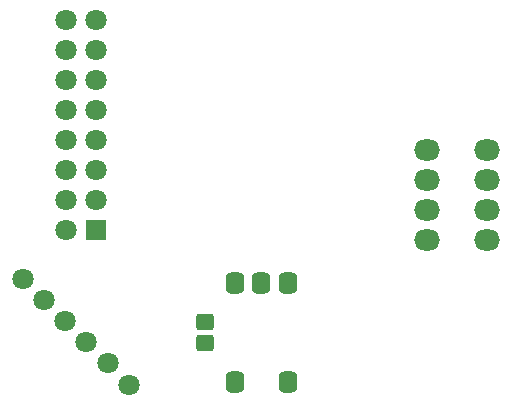
<source format=gbs>
G04 Layer_Color=16711935*
%FSLAX42Y42*%
%MOMM*%
G71*
G01*
G75*
G04:AMPARAMS|DCode=39|XSize=1.35mm|YSize=1.5mm|CornerRadius=0.21mm|HoleSize=0mm|Usage=FLASHONLY|Rotation=270.000|XOffset=0mm|YOffset=0mm|HoleType=Round|Shape=RoundedRectangle|*
%AMROUNDEDRECTD39*
21,1,1.35,1.07,0,0,270.0*
21,1,0.92,1.50,0,0,270.0*
1,1,0.43,-0.54,-0.46*
1,1,0.43,-0.54,0.46*
1,1,0.43,0.54,0.46*
1,1,0.43,0.54,-0.46*
%
%ADD39ROUNDEDRECTD39*%
%ADD48O,2.20X1.80*%
%ADD49C,1.80*%
%ADD50R,1.80X1.80*%
G04:AMPARAMS|DCode=51|XSize=1.8mm|YSize=1.6mm|CornerRadius=0.45mm|HoleSize=0mm|Usage=FLASHONLY|Rotation=90.000|XOffset=0mm|YOffset=0mm|HoleType=Round|Shape=RoundedRectangle|*
%AMROUNDEDRECTD51*
21,1,1.80,0.70,0,0,90.0*
21,1,0.90,1.60,0,0,90.0*
1,1,0.90,0.35,0.45*
1,1,0.90,0.35,-0.45*
1,1,0.90,-0.35,-0.45*
1,1,0.90,-0.35,0.45*
%
%ADD51ROUNDEDRECTD51*%
D39*
X24315Y19112D02*
D03*
Y18932D02*
D03*
D48*
X26702Y20056D02*
D03*
Y20564D02*
D03*
Y20310D02*
D03*
Y19802D02*
D03*
X26194D02*
D03*
Y20310D02*
D03*
Y20564D02*
D03*
Y20056D02*
D03*
D49*
X22951Y19299D02*
D03*
X23490Y18760D02*
D03*
X22772Y19478D02*
D03*
X23131Y19119D02*
D03*
X23310Y18940D02*
D03*
X23670Y18580D02*
D03*
X23390Y20401D02*
D03*
Y21163D02*
D03*
X23136Y20401D02*
D03*
Y21163D02*
D03*
X23390Y20147D02*
D03*
Y20909D02*
D03*
Y20655D02*
D03*
Y21671D02*
D03*
Y21417D02*
D03*
X23136Y19893D02*
D03*
Y20147D02*
D03*
Y20909D02*
D03*
Y20655D02*
D03*
Y21671D02*
D03*
Y21417D02*
D03*
D50*
X23390Y19893D02*
D03*
D51*
X24790Y19442D02*
D03*
X25015D02*
D03*
X24565D02*
D03*
Y18602D02*
D03*
X25015D02*
D03*
M02*

</source>
